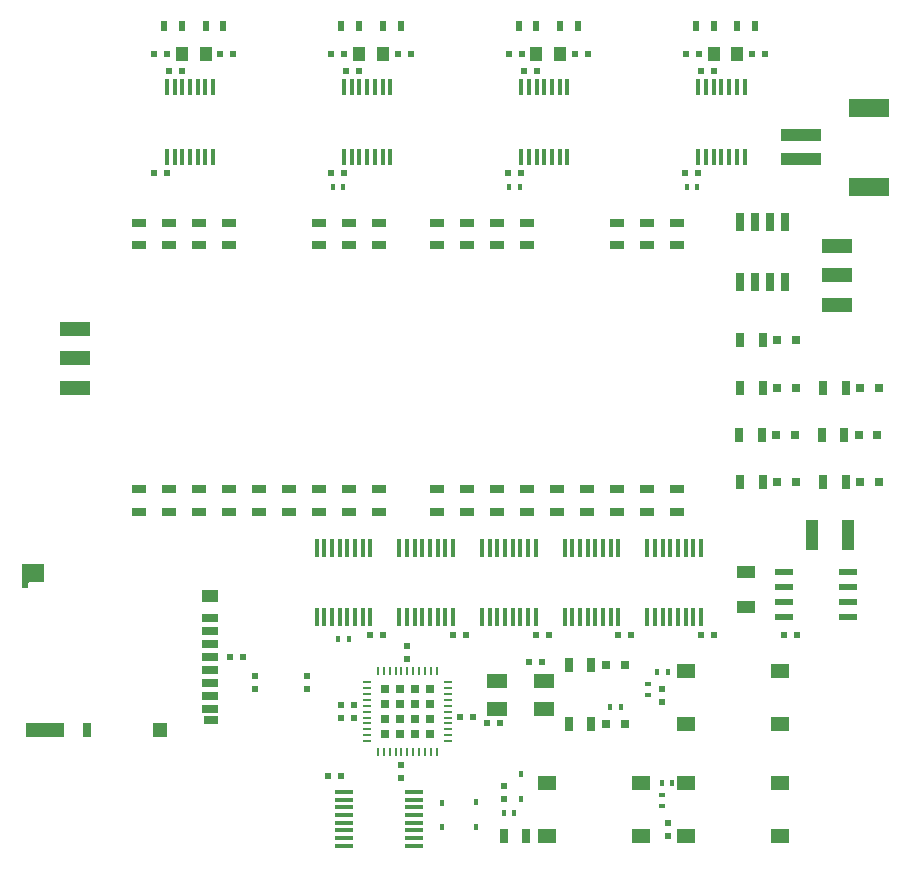
<source format=gbr>
G04 #@! TF.GenerationSoftware,KiCad,Pcbnew,(5.0-dev-4115-gdd04bcb)*
G04 #@! TF.CreationDate,2018-03-07T01:21:42-08:00*
G04 #@! TF.ProjectId,Thermocouple Data Logger,546865726D6F636F75706C6520446174,1*
G04 #@! TF.SameCoordinates,Original*
G04 #@! TF.FileFunction,Paste,Top*
G04 #@! TF.FilePolarity,Positive*
%FSLAX46Y46*%
G04 Gerber Fmt 4.6, Leading zero omitted, Abs format (unit mm)*
G04 Created by KiCad (PCBNEW (5.0-dev-4115-gdd04bcb)) date Wednesday, March 07, 2018 at 01:21:42 AM*
%MOMM*%
%LPD*%
G01*
G04 APERTURE LIST*
%ADD10C,0.200000*%
%ADD11C,0.100000*%
%ADD12R,0.800000X1.200000*%
%ADD13R,0.500000X0.500000*%
%ADD14R,1.400000X0.700000*%
%ADD15R,1.200000X0.700000*%
%ADD16R,3.200000X1.200000*%
%ADD17R,1.200000X1.200000*%
%ADD18R,1.400000X1.000000*%
%ADD19R,1.900000X1.500000*%
%ADD20R,0.450000X1.500000*%
%ADD21R,0.700000X0.250000*%
%ADD22R,0.250000X0.700000*%
%ADD23R,0.772500X0.772500*%
%ADD24R,0.600000X0.500000*%
%ADD25R,0.500000X0.600000*%
%ADD26R,1.000000X2.500000*%
%ADD27R,1.600000X1.000000*%
%ADD28R,0.800000X0.800000*%
%ADD29R,0.450000X0.600000*%
%ADD30R,3.400000X1.500000*%
%ADD31R,3.500000X1.000000*%
%ADD32R,0.500000X0.900000*%
%ADD33R,0.700000X1.300000*%
%ADD34R,1.300000X0.700000*%
%ADD35R,0.400000X0.600000*%
%ADD36R,0.600000X0.400000*%
%ADD37R,2.500000X1.250000*%
%ADD38R,1.550000X1.300000*%
%ADD39R,0.760000X1.600000*%
%ADD40R,1.550000X0.600000*%
%ADD41R,0.450000X1.450000*%
%ADD42R,1.500000X0.450000*%
%ADD43R,1.800000X1.200000*%
%ADD44R,1.000000X1.250000*%
G04 APERTURE END LIST*
D10*
X110250000Y-110450000D03*
D11*
G36*
X110108579Y-110450000D02*
X110250000Y-110308579D01*
X110391421Y-110450000D01*
X110250000Y-110591421D01*
X110108579Y-110450000D01*
X110108579Y-110450000D01*
G37*
D12*
X115300000Y-123000000D03*
D13*
X110000000Y-110700000D03*
D14*
X125700000Y-121200000D03*
X125700000Y-120100000D03*
X125700000Y-119000000D03*
X125700000Y-117900000D03*
X125700000Y-116800000D03*
X125700000Y-115700000D03*
X125700000Y-114600000D03*
D15*
X125800000Y-122150000D03*
D16*
X111700000Y-123000000D03*
D17*
X121500000Y-123000000D03*
D18*
X125700000Y-111600000D03*
D19*
X110700000Y-109700000D03*
D14*
X125700000Y-113500000D03*
D20*
X139275000Y-113450000D03*
X138625000Y-113450000D03*
X137975000Y-113450000D03*
X137325000Y-113450000D03*
X136675000Y-113450000D03*
X136025000Y-113450000D03*
X135375000Y-113450000D03*
X134725000Y-113450000D03*
X134725000Y-107550000D03*
X135375000Y-107550000D03*
X136025000Y-107550000D03*
X136675000Y-107550000D03*
X137325000Y-107550000D03*
X137975000Y-107550000D03*
X138625000Y-107550000D03*
X139275000Y-107550000D03*
D21*
X145806250Y-123931250D03*
X145806250Y-123431250D03*
X145806250Y-122931250D03*
X145806250Y-122431250D03*
X145806250Y-121931250D03*
X145806250Y-121431250D03*
X145806250Y-120931250D03*
X145806250Y-120431250D03*
X145806250Y-119931250D03*
X145806250Y-119431250D03*
X145806250Y-118931250D03*
D22*
X144906250Y-118031250D03*
X144406250Y-118031250D03*
X143906250Y-118031250D03*
X143406250Y-118031250D03*
X142906250Y-118031250D03*
X142406250Y-118031250D03*
X141906250Y-118031250D03*
X141406250Y-118031250D03*
X140906250Y-118031250D03*
X140406250Y-118031250D03*
X139906250Y-118031250D03*
D21*
X139006250Y-118931250D03*
X139006250Y-119431250D03*
X139006250Y-119931250D03*
X139006250Y-120431250D03*
X139006250Y-120931250D03*
X139006250Y-121431250D03*
X139006250Y-121931250D03*
X139006250Y-122431250D03*
X139006250Y-122931250D03*
X139006250Y-123431250D03*
X139006250Y-123931250D03*
D22*
X139906250Y-124831250D03*
X140406250Y-124831250D03*
X140906250Y-124831250D03*
X141406250Y-124831250D03*
X141906250Y-124831250D03*
X142406250Y-124831250D03*
X142906250Y-124831250D03*
X143406250Y-124831250D03*
X143906250Y-124831250D03*
X144406250Y-124831250D03*
X144906250Y-124831250D03*
D23*
X140475000Y-119500000D03*
X140475000Y-120787500D03*
X140475000Y-122075000D03*
X140475000Y-123362500D03*
X141762500Y-119500000D03*
X141762500Y-120787500D03*
X141762500Y-122075000D03*
X141762500Y-123362500D03*
X143050000Y-119500000D03*
X143050000Y-120787500D03*
X143050000Y-122075000D03*
X143050000Y-123362500D03*
X144337500Y-119500000D03*
X144337500Y-120787500D03*
X144337500Y-122075000D03*
X144337500Y-123362500D03*
D24*
X136810000Y-122010000D03*
X137910000Y-122010000D03*
D25*
X133900000Y-119500000D03*
X133900000Y-118400000D03*
X129500000Y-119500000D03*
X129500000Y-118400000D03*
D24*
X149125000Y-122375000D03*
X150225000Y-122375000D03*
X153800000Y-117225000D03*
X152700000Y-117225000D03*
X120975000Y-65775000D03*
X122075000Y-65775000D03*
X127675000Y-65775000D03*
X126575000Y-65775000D03*
X135975000Y-65775000D03*
X137075000Y-65775000D03*
X142675000Y-65775000D03*
X141575000Y-65775000D03*
X150975000Y-65775000D03*
X152075000Y-65775000D03*
X157675000Y-65775000D03*
X156575000Y-65775000D03*
X167075000Y-65775000D03*
X165975000Y-65775000D03*
X171575000Y-65775000D03*
X172675000Y-65775000D03*
X174300000Y-114900000D03*
X175400000Y-114900000D03*
D26*
X176700000Y-106450000D03*
X179700000Y-106450000D03*
D27*
X171110000Y-112590000D03*
X171110000Y-109590000D03*
D28*
X159200000Y-122500000D03*
X160800000Y-122500000D03*
X160800000Y-117500000D03*
X159200000Y-117500000D03*
X173700000Y-90000000D03*
X175300000Y-90000000D03*
X175300000Y-94000000D03*
X173700000Y-94000000D03*
X173600000Y-98000000D03*
X175200000Y-98000000D03*
X175300000Y-102000000D03*
X173700000Y-102000000D03*
X180700000Y-94000000D03*
X182300000Y-94000000D03*
X182200000Y-97990000D03*
X180600000Y-97990000D03*
X180700000Y-102000000D03*
X182300000Y-102000000D03*
D29*
X145351461Y-131228780D03*
X145351461Y-129128780D03*
X148241461Y-131188780D03*
X148241461Y-129088780D03*
X152050000Y-128800000D03*
X152050000Y-126700000D03*
D30*
X181500000Y-70300000D03*
X181500000Y-77000000D03*
D31*
X175750000Y-72650000D03*
X175750000Y-74650000D03*
D32*
X121825000Y-63400000D03*
X123325000Y-63400000D03*
X125325000Y-63400000D03*
X126825000Y-63400000D03*
X136825000Y-63350000D03*
X138325000Y-63350000D03*
X140325000Y-63350000D03*
X141825000Y-63350000D03*
X151825000Y-63400000D03*
X153325000Y-63400000D03*
X155325000Y-63400000D03*
X156825000Y-63400000D03*
X168325000Y-63400000D03*
X166825000Y-63400000D03*
X171825000Y-63400000D03*
X170325000Y-63400000D03*
D33*
X156050000Y-122500000D03*
X157950000Y-122500000D03*
X150547056Y-131937056D03*
X152447056Y-131937056D03*
X156050000Y-117500000D03*
X157950000Y-117500000D03*
D34*
X124740000Y-81950000D03*
X124740000Y-80050000D03*
X127275000Y-80050000D03*
X127275000Y-81950000D03*
X124730000Y-104510000D03*
X124730000Y-102610000D03*
X122190000Y-104510000D03*
X122190000Y-102610000D03*
X119650000Y-104510000D03*
X119650000Y-102610000D03*
X119650000Y-81950000D03*
X119650000Y-80050000D03*
X122190000Y-81950000D03*
X122190000Y-80050000D03*
X127270000Y-102610000D03*
X127270000Y-104510000D03*
X137420000Y-80050000D03*
X137420000Y-81950000D03*
X139970000Y-81950000D03*
X139970000Y-80050000D03*
X137420000Y-104510000D03*
X137420000Y-102610000D03*
X132350000Y-104510000D03*
X132350000Y-102610000D03*
X129810000Y-102610000D03*
X129810000Y-104510000D03*
X134890000Y-80050000D03*
X134890000Y-81950000D03*
X134890000Y-104510000D03*
X134890000Y-102610000D03*
X139970000Y-102610000D03*
X139970000Y-104510000D03*
X149980000Y-80050000D03*
X149980000Y-81950000D03*
X152510000Y-81950000D03*
X152510000Y-80050000D03*
X149970000Y-104510000D03*
X149970000Y-102610000D03*
X147440000Y-102610000D03*
X147440000Y-104510000D03*
X144900000Y-104510000D03*
X144900000Y-102610000D03*
X144900000Y-81950000D03*
X144900000Y-80050000D03*
X147450000Y-80050000D03*
X147450000Y-81950000D03*
X152525000Y-102610000D03*
X152525000Y-104510000D03*
X162680000Y-81950000D03*
X162680000Y-80050000D03*
X165220000Y-81950000D03*
X165220000Y-80050000D03*
X162680000Y-104500000D03*
X162680000Y-102600000D03*
X157600000Y-102610000D03*
X157600000Y-104510000D03*
X155060000Y-104510000D03*
X155060000Y-102610000D03*
X160140000Y-81950000D03*
X160140000Y-80050000D03*
X160150000Y-104510000D03*
X160150000Y-102610000D03*
X165220000Y-104510000D03*
X165220000Y-102610000D03*
D33*
X170600000Y-90000000D03*
X172500000Y-90000000D03*
X172500000Y-94000000D03*
X170600000Y-94000000D03*
X170500000Y-98000000D03*
X172400000Y-98000000D03*
X172500000Y-102000000D03*
X170600000Y-102000000D03*
X177600000Y-94000000D03*
X179500000Y-94000000D03*
X179400000Y-98000000D03*
X177500000Y-98000000D03*
X177600000Y-102000000D03*
X179500000Y-102000000D03*
D35*
X163950000Y-127500000D03*
X164850000Y-127500000D03*
X164450000Y-118100000D03*
X163550000Y-118100000D03*
X160450000Y-121000000D03*
X159550000Y-121000000D03*
X151450000Y-130000000D03*
X150550000Y-130000000D03*
X137450000Y-115250000D03*
X136550000Y-115250000D03*
D36*
X164000000Y-129400000D03*
X164000000Y-128500000D03*
X162800000Y-119100000D03*
X162800000Y-120000000D03*
D35*
X136975000Y-77050000D03*
X136075000Y-77050000D03*
X151050000Y-77050000D03*
X151950000Y-77050000D03*
X166950000Y-77050000D03*
X166050000Y-77050000D03*
D37*
X178750000Y-82000000D03*
X178750000Y-84500000D03*
X178750000Y-87000000D03*
X114250000Y-89000000D03*
X114250000Y-91500000D03*
X114250000Y-94000000D03*
D38*
X162177056Y-131947056D03*
X162177056Y-127447056D03*
X154217056Y-127447056D03*
X154217056Y-131947056D03*
X166000000Y-132000000D03*
X166000000Y-127500000D03*
X173960000Y-127500000D03*
X173960000Y-132000000D03*
X173960000Y-122500000D03*
X173960000Y-118000000D03*
X166000000Y-118000000D03*
X166000000Y-122500000D03*
D39*
X170595000Y-79960000D03*
X174405000Y-85040000D03*
X171865000Y-79960000D03*
X173135000Y-85040000D03*
X173135000Y-79960000D03*
X171865000Y-85040000D03*
X174405000Y-79960000D03*
X170595000Y-85040000D03*
D40*
X179700000Y-109595000D03*
X179700000Y-110865000D03*
X179700000Y-112135000D03*
X179700000Y-113405000D03*
X174300000Y-113405000D03*
X174300000Y-112135000D03*
X174300000Y-110865000D03*
X174300000Y-109595000D03*
D41*
X125950000Y-68550000D03*
X125300000Y-68550000D03*
X124650000Y-68550000D03*
X124000000Y-68550000D03*
X123350000Y-68550000D03*
X122700000Y-68550000D03*
X122050000Y-68550000D03*
X122050000Y-74450000D03*
X122700000Y-74450000D03*
X123350000Y-74450000D03*
X124000000Y-74450000D03*
X124650000Y-74450000D03*
X125300000Y-74450000D03*
X125950000Y-74450000D03*
X140950000Y-68550000D03*
X140300000Y-68550000D03*
X139650000Y-68550000D03*
X139000000Y-68550000D03*
X138350000Y-68550000D03*
X137700000Y-68550000D03*
X137050000Y-68550000D03*
X137050000Y-74450000D03*
X137700000Y-74450000D03*
X138350000Y-74450000D03*
X139000000Y-74450000D03*
X139650000Y-74450000D03*
X140300000Y-74450000D03*
X140950000Y-74450000D03*
X155950000Y-74450000D03*
X155300000Y-74450000D03*
X154650000Y-74450000D03*
X154000000Y-74450000D03*
X153350000Y-74450000D03*
X152700000Y-74450000D03*
X152050000Y-74450000D03*
X152050000Y-68550000D03*
X152700000Y-68550000D03*
X153350000Y-68550000D03*
X154000000Y-68550000D03*
X154650000Y-68550000D03*
X155300000Y-68550000D03*
X155950000Y-68550000D03*
X170950000Y-74450000D03*
X170300000Y-74450000D03*
X169650000Y-74450000D03*
X169000000Y-74450000D03*
X168350000Y-74450000D03*
X167700000Y-74450000D03*
X167050000Y-74450000D03*
X167050000Y-68550000D03*
X167700000Y-68550000D03*
X168350000Y-68550000D03*
X169000000Y-68550000D03*
X169650000Y-68550000D03*
X170300000Y-68550000D03*
X170950000Y-68550000D03*
D20*
X146275000Y-113450000D03*
X145625000Y-113450000D03*
X144975000Y-113450000D03*
X144325000Y-113450000D03*
X143675000Y-113450000D03*
X143025000Y-113450000D03*
X142375000Y-113450000D03*
X141725000Y-113450000D03*
X141725000Y-107550000D03*
X142375000Y-107550000D03*
X143025000Y-107550000D03*
X143675000Y-107550000D03*
X144325000Y-107550000D03*
X144975000Y-107550000D03*
X145625000Y-107550000D03*
X146275000Y-107550000D03*
X153275000Y-107550000D03*
X152625000Y-107550000D03*
X151975000Y-107550000D03*
X151325000Y-107550000D03*
X150675000Y-107550000D03*
X150025000Y-107550000D03*
X149375000Y-107550000D03*
X148725000Y-107550000D03*
X148725000Y-113450000D03*
X149375000Y-113450000D03*
X150025000Y-113450000D03*
X150675000Y-113450000D03*
X151325000Y-113450000D03*
X151975000Y-113450000D03*
X152625000Y-113450000D03*
X153275000Y-113450000D03*
X160275000Y-107550000D03*
X159625000Y-107550000D03*
X158975000Y-107550000D03*
X158325000Y-107550000D03*
X157675000Y-107550000D03*
X157025000Y-107550000D03*
X156375000Y-107550000D03*
X155725000Y-107550000D03*
X155725000Y-113450000D03*
X156375000Y-113450000D03*
X157025000Y-113450000D03*
X157675000Y-113450000D03*
X158325000Y-113450000D03*
X158975000Y-113450000D03*
X159625000Y-113450000D03*
X160275000Y-113450000D03*
X167275000Y-113450000D03*
X166625000Y-113450000D03*
X165975000Y-113450000D03*
X165325000Y-113450000D03*
X164675000Y-113450000D03*
X164025000Y-113450000D03*
X163375000Y-113450000D03*
X162725000Y-113450000D03*
X162725000Y-107550000D03*
X163375000Y-107550000D03*
X164025000Y-107550000D03*
X164675000Y-107550000D03*
X165325000Y-107550000D03*
X165975000Y-107550000D03*
X166625000Y-107550000D03*
X167275000Y-107550000D03*
D42*
X137050000Y-128225000D03*
X137050000Y-128875000D03*
X137050000Y-129525000D03*
X137050000Y-130175000D03*
X137050000Y-130825000D03*
X137050000Y-131475000D03*
X137050000Y-132125000D03*
X137050000Y-132775000D03*
X142950000Y-132775000D03*
X142950000Y-132125000D03*
X142950000Y-131475000D03*
X142950000Y-130825000D03*
X142950000Y-130175000D03*
X142950000Y-129525000D03*
X142950000Y-128875000D03*
X142950000Y-128225000D03*
D43*
X149975000Y-118825000D03*
X153975000Y-118825000D03*
X153975000Y-121225000D03*
X149975000Y-121225000D03*
D44*
X125325000Y-65775000D03*
X123325000Y-65775000D03*
X138325000Y-65775000D03*
X140325000Y-65775000D03*
X155325000Y-65775000D03*
X153325000Y-65775000D03*
X170325000Y-65775000D03*
X168325000Y-65775000D03*
D25*
X150550000Y-127700000D03*
X150550000Y-128800000D03*
X164450000Y-130900000D03*
X164450000Y-132000000D03*
X164000000Y-120600000D03*
X164000000Y-119500000D03*
X141900000Y-125925000D03*
X141900000Y-127025000D03*
X142400000Y-116950000D03*
X142400000Y-115850000D03*
D24*
X146900000Y-121925000D03*
X148000000Y-121925000D03*
X137900000Y-120850000D03*
X136800000Y-120850000D03*
X123350000Y-67200000D03*
X122250000Y-67200000D03*
X120950000Y-75800000D03*
X122050000Y-75800000D03*
X137250000Y-67200000D03*
X138350000Y-67200000D03*
X137075000Y-75800000D03*
X135975000Y-75800000D03*
X153350000Y-67200000D03*
X152250000Y-67200000D03*
X150950000Y-75800000D03*
X152050000Y-75800000D03*
X168350000Y-67200000D03*
X167250000Y-67200000D03*
X165950000Y-75800000D03*
X167050000Y-75800000D03*
X135700000Y-126900000D03*
X136800000Y-126900000D03*
X127400000Y-116800000D03*
X128500000Y-116800000D03*
X140375000Y-114900000D03*
X139275000Y-114900000D03*
X147375000Y-114900000D03*
X146275000Y-114900000D03*
X154375000Y-114900000D03*
X153275000Y-114900000D03*
X160275000Y-114900000D03*
X161375000Y-114900000D03*
X167275000Y-114900000D03*
X168375000Y-114900000D03*
M02*

</source>
